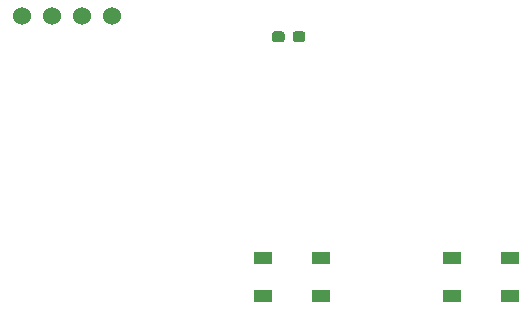
<source format=gbr>
%TF.GenerationSoftware,KiCad,Pcbnew,(5.1.6)-1*%
%TF.CreationDate,2020-11-07T21:03:07+00:00*%
%TF.ProjectId,ninja_iron,6e696e6a-615f-4697-926f-6e2e6b696361,rev?*%
%TF.SameCoordinates,Original*%
%TF.FileFunction,Soldermask,Top*%
%TF.FilePolarity,Negative*%
%FSLAX46Y46*%
G04 Gerber Fmt 4.6, Leading zero omitted, Abs format (unit mm)*
G04 Created by KiCad (PCBNEW (5.1.6)-1) date 2020-11-07 21:03:07*
%MOMM*%
%LPD*%
G01*
G04 APERTURE LIST*
%ADD10C,1.524000*%
%ADD11R,1.500000X1.000000*%
G04 APERTURE END LIST*
D10*
%TO.C,OLED*%
X78232000Y-45466000D03*
X75692000Y-45466000D03*
X73152000Y-45466000D03*
X70612000Y-45466000D03*
%TD*%
D11*
%TO.C,iron 1*%
X95922000Y-69164000D03*
X95922000Y-65964000D03*
X91022000Y-69164000D03*
X91022000Y-65964000D03*
%TD*%
%TO.C,power*%
G36*
G01*
X91818000Y-47481500D02*
X91818000Y-47006500D01*
G75*
G02*
X92055500Y-46769000I237500J0D01*
G01*
X92630500Y-46769000D01*
G75*
G02*
X92868000Y-47006500I0J-237500D01*
G01*
X92868000Y-47481500D01*
G75*
G02*
X92630500Y-47719000I-237500J0D01*
G01*
X92055500Y-47719000D01*
G75*
G02*
X91818000Y-47481500I0J237500D01*
G01*
G37*
G36*
G01*
X93568000Y-47481500D02*
X93568000Y-47006500D01*
G75*
G02*
X93805500Y-46769000I237500J0D01*
G01*
X94380500Y-46769000D01*
G75*
G02*
X94618000Y-47006500I0J-237500D01*
G01*
X94618000Y-47481500D01*
G75*
G02*
X94380500Y-47719000I-237500J0D01*
G01*
X93805500Y-47719000D01*
G75*
G02*
X93568000Y-47481500I0J237500D01*
G01*
G37*
%TD*%
%TO.C,iron 2*%
X107024000Y-65964000D03*
X107024000Y-69164000D03*
X111924000Y-65964000D03*
X111924000Y-69164000D03*
%TD*%
M02*

</source>
